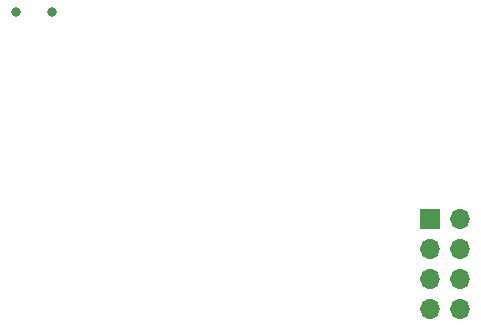
<source format=gbr>
%TF.GenerationSoftware,KiCad,Pcbnew,(5.1.9)-1*%
%TF.CreationDate,2021-02-10T20:51:50+02:00*%
%TF.ProjectId,RVP,5256502e-6b69-4636-9164-5f7063625858,rev?*%
%TF.SameCoordinates,Original*%
%TF.FileFunction,Soldermask,Bot*%
%TF.FilePolarity,Negative*%
%FSLAX46Y46*%
G04 Gerber Fmt 4.6, Leading zero omitted, Abs format (unit mm)*
G04 Created by KiCad (PCBNEW (5.1.9)-1) date 2021-02-10 20:51:50*
%MOMM*%
%LPD*%
G01*
G04 APERTURE LIST*
%ADD10C,0.800000*%
%ADD11O,1.700000X1.700000*%
%ADD12R,1.700000X1.700000*%
G04 APERTURE END LIST*
D10*
%TO.C,SW1*%
X180972420Y-81024000D03*
X183972420Y-81024000D03*
%TD*%
D11*
%TO.C,J1*%
X218540420Y-106170000D03*
X216000420Y-106170000D03*
X218540420Y-103630000D03*
X216000420Y-103630000D03*
X218540420Y-101090000D03*
X216000420Y-101090000D03*
X218540420Y-98550000D03*
D12*
X216000420Y-98550000D03*
%TD*%
M02*

</source>
